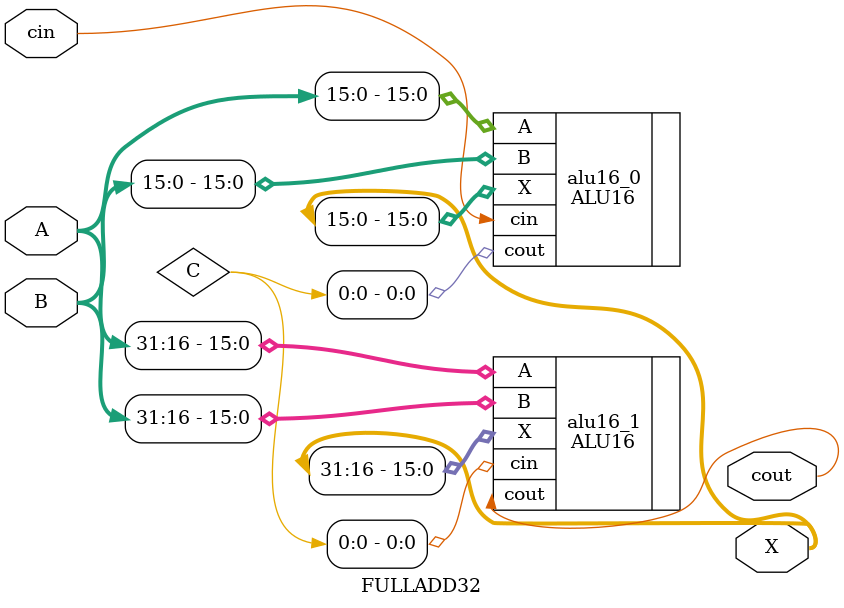
<source format=v>
module FULLADD32(A,B,cin,X,cout);

    input [31:0] A;
    input [31:0] B;
    input cin;
    output[31:0] X;
    output cout;
    wire [1:0] C;


        
        

    ALU16 alu16_0 (.A(A[15:0]), .B(B[15:0]), .cin(cin), .X(X[15:0]), .cout(C[0]));
    ALU16 alu16_1 (.A(A[31:16]), .B(B[31:16]), .cin(C[0]), .X(X[31:16]), .cout(cout));
    
endmodule

// module ALU_32bit(
//     input [31:0] A,
//     input [31:0] B,
//     input [2:0] opcode,
//     input cin,
//     output [31:0] Y,
//     output cout,
//     output Z
//     );

//     // Define temporary variables
//     wire [31:0] temp, temp_carry;
//     wire [32:0] temp_32bit;

//     // Perform the selected operation
//     always @*
//     begin
//         case(opcode)
//             3'b000: temp = A + B;           // Add
//             3'b001: temp = A - B;           // Subtract
//             3'b010: temp = A & B;           // Bitwise AND
//             3'b011: temp = A | B;           // Bitwise OR
//             3'b100: temp = A ^ B;           // Bitwise XOR
//             3'b101: temp = A << B[4:0];     // Shift left
//             3'b110: temp = A >> B[4:0];     // Shift right
//             3'b111: temp = A + B + cin;     // Add with carry
//         endcase
//     end

//     // Assign the outputs
//     assign Y = temp;
//     assign Z = (Y == 0);
//     assign cout = (temp_32bit[33] == 1);

// endmodule
</source>
